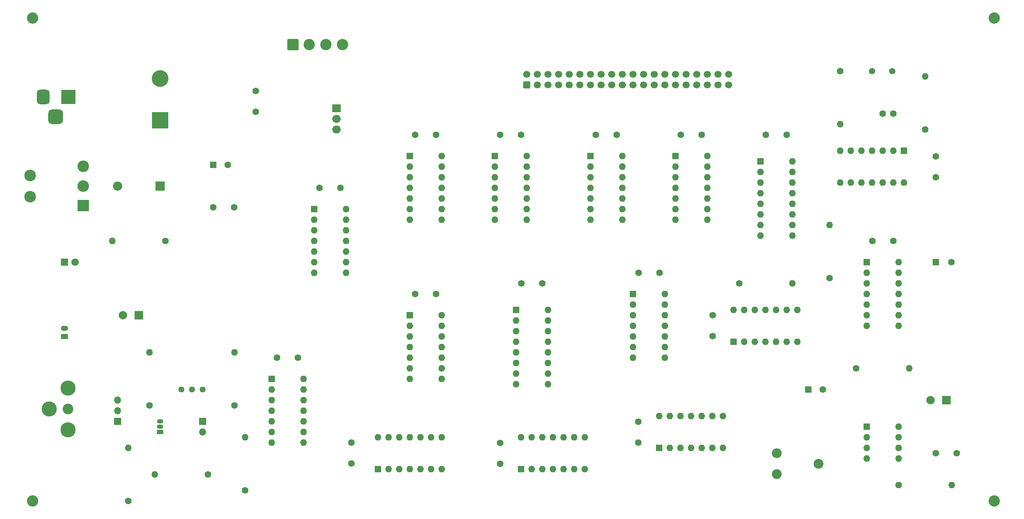
<source format=gbr>
%TF.GenerationSoftware,KiCad,Pcbnew,(6.0.5)*%
%TF.CreationDate,2022-11-22T19:08:20-05:00*%
%TF.ProjectId,full video board,66756c6c-2076-4696-9465-6f20626f6172,rev?*%
%TF.SameCoordinates,Original*%
%TF.FileFunction,Soldermask,Top*%
%TF.FilePolarity,Negative*%
%FSLAX46Y46*%
G04 Gerber Fmt 4.6, Leading zero omitted, Abs format (unit mm)*
G04 Created by KiCad (PCBNEW (6.0.5)) date 2022-11-22 19:08:20*
%MOMM*%
%LPD*%
G01*
G04 APERTURE LIST*
G04 Aperture macros list*
%AMRoundRect*
0 Rectangle with rounded corners*
0 $1 Rounding radius*
0 $2 $3 $4 $5 $6 $7 $8 $9 X,Y pos of 4 corners*
0 Add a 4 corners polygon primitive as box body*
4,1,4,$2,$3,$4,$5,$6,$7,$8,$9,$2,$3,0*
0 Add four circle primitives for the rounded corners*
1,1,$1+$1,$2,$3*
1,1,$1+$1,$4,$5*
1,1,$1+$1,$6,$7*
1,1,$1+$1,$8,$9*
0 Add four rect primitives between the rounded corners*
20,1,$1+$1,$2,$3,$4,$5,0*
20,1,$1+$1,$4,$5,$6,$7,0*
20,1,$1+$1,$6,$7,$8,$9,0*
20,1,$1+$1,$8,$9,$2,$3,0*%
G04 Aperture macros list end*
%ADD10C,2.700000*%
%ADD11RoundRect,0.250001X-1.099999X-1.099999X1.099999X-1.099999X1.099999X1.099999X-1.099999X1.099999X0*%
%ADD12R,1.700000X1.700000*%
%ADD13O,1.700000X1.700000*%
%ADD14RoundRect,0.250000X0.600000X-0.600000X0.600000X0.600000X-0.600000X0.600000X-0.600000X-0.600000X0*%
%ADD15C,1.700000*%
%ADD16C,1.500000*%
%ADD17R,2.000000X1.905000*%
%ADD18O,2.000000X1.905000*%
%ADD19R,1.600000X1.600000*%
%ADD20O,1.600000X1.600000*%
%ADD21R,2.775000X2.775000*%
%ADD22C,2.775000*%
%ADD23C,1.440000*%
%ADD24C,2.340000*%
%ADD25C,1.600000*%
%ADD26R,1.500000X1.050000*%
%ADD27O,1.500000X1.050000*%
%ADD28RoundRect,0.250000X0.625000X-0.350000X0.625000X0.350000X-0.625000X0.350000X-0.625000X-0.350000X0*%
%ADD29O,1.750000X1.200000*%
%ADD30R,3.500000X3.500000*%
%ADD31RoundRect,0.750000X-0.750000X-1.000000X0.750000X-1.000000X0.750000X1.000000X-0.750000X1.000000X0*%
%ADD32RoundRect,0.875000X-0.875000X-0.875000X0.875000X-0.875000X0.875000X0.875000X-0.875000X0.875000X0*%
%ADD33C,2.550000*%
%ADD34C,3.616000*%
%ADD35R,1.800000X1.800000*%
%ADD36C,1.800000*%
%ADD37R,2.200000X2.200000*%
%ADD38O,2.200000X2.200000*%
%ADD39R,2.000000X2.000000*%
%ADD40C,2.000000*%
%ADD41R,4.000000X4.000000*%
%ADD42C,4.000000*%
G04 APERTURE END LIST*
D10*
%TO.C,*%
X106680000Y-88900000D03*
%TD*%
%TO.C,*%
X106680000Y-204470000D03*
%TD*%
%TO.C,*%
X336550000Y-204470000D03*
%TD*%
%TO.C,*%
X336550000Y-88900000D03*
%TD*%
D11*
%TO.C,J4*%
X168910000Y-95250000D03*
D10*
X172870000Y-95250000D03*
X176830000Y-95250000D03*
X180790000Y-95250000D03*
%TD*%
D12*
%TO.C,JP2*%
X127000000Y-185420000D03*
D13*
X127000000Y-182880000D03*
X127000000Y-180340000D03*
%TD*%
D14*
%TO.C,J2*%
X224790000Y-104892500D03*
D15*
X224790000Y-102352500D03*
X227330000Y-104892500D03*
X227330000Y-102352500D03*
X229870000Y-104892500D03*
X229870000Y-102352500D03*
X232410000Y-104892500D03*
X232410000Y-102352500D03*
X234950000Y-104892500D03*
X234950000Y-102352500D03*
X237490000Y-104892500D03*
X237490000Y-102352500D03*
X240030000Y-104892500D03*
X240030000Y-102352500D03*
X242570000Y-104892500D03*
X242570000Y-102352500D03*
X245110000Y-104892500D03*
X245110000Y-102352500D03*
X247650000Y-104892500D03*
X247650000Y-102352500D03*
X250190000Y-104892500D03*
X250190000Y-102352500D03*
X252730000Y-104892500D03*
X252730000Y-102352500D03*
X255270000Y-104892500D03*
X255270000Y-102352500D03*
X257810000Y-104892500D03*
X257810000Y-102352500D03*
X260350000Y-104892500D03*
X260350000Y-102352500D03*
X262890000Y-104892500D03*
X262890000Y-102352500D03*
X265430000Y-104892500D03*
X265430000Y-102352500D03*
X267970000Y-104892500D03*
X267970000Y-102352500D03*
X270510000Y-104892500D03*
X270510000Y-102352500D03*
X273050000Y-104892500D03*
X273050000Y-102352500D03*
%TD*%
D16*
%TO.C,Y1*%
X307340000Y-101600000D03*
X312240000Y-101600000D03*
%TD*%
D17*
%TO.C,U19*%
X179395000Y-110490000D03*
D18*
X179395000Y-113030000D03*
X179395000Y-115570000D03*
%TD*%
D19*
%TO.C,U18*%
X306080000Y-186700000D03*
D20*
X306080000Y-189240000D03*
X306080000Y-191780000D03*
X306080000Y-194320000D03*
X313700000Y-194320000D03*
X313700000Y-191780000D03*
X313700000Y-189240000D03*
X313700000Y-186700000D03*
%TD*%
D19*
%TO.C,U16*%
X163840000Y-175255000D03*
D20*
X163840000Y-177795000D03*
X163840000Y-180335000D03*
X163840000Y-182875000D03*
X163840000Y-185415000D03*
X163840000Y-187955000D03*
X163840000Y-190495000D03*
X171460000Y-190495000D03*
X171460000Y-187955000D03*
X171460000Y-185415000D03*
X171460000Y-182875000D03*
X171460000Y-180335000D03*
X171460000Y-177795000D03*
X171460000Y-175255000D03*
%TD*%
D19*
%TO.C,U15*%
X256535000Y-191760000D03*
D20*
X259075000Y-191760000D03*
X261615000Y-191760000D03*
X264155000Y-191760000D03*
X266695000Y-191760000D03*
X269235000Y-191760000D03*
X271775000Y-191760000D03*
X271775000Y-184140000D03*
X269235000Y-184140000D03*
X266695000Y-184140000D03*
X264155000Y-184140000D03*
X261615000Y-184140000D03*
X259075000Y-184140000D03*
X256535000Y-184140000D03*
%TD*%
D19*
%TO.C,U14*%
X189240000Y-196840000D03*
D20*
X191780000Y-196840000D03*
X194320000Y-196840000D03*
X196860000Y-196840000D03*
X199400000Y-196840000D03*
X201940000Y-196840000D03*
X204480000Y-196840000D03*
X204480000Y-189220000D03*
X201940000Y-189220000D03*
X199400000Y-189220000D03*
X196860000Y-189220000D03*
X194320000Y-189220000D03*
X191780000Y-189220000D03*
X189240000Y-189220000D03*
%TD*%
D19*
%TO.C,U13*%
X223515000Y-196840000D03*
D20*
X226055000Y-196840000D03*
X228595000Y-196840000D03*
X231135000Y-196840000D03*
X233675000Y-196840000D03*
X236215000Y-196840000D03*
X238755000Y-196840000D03*
X238755000Y-189220000D03*
X236215000Y-189220000D03*
X233675000Y-189220000D03*
X231135000Y-189220000D03*
X228595000Y-189220000D03*
X226055000Y-189220000D03*
X223515000Y-189220000D03*
%TD*%
D19*
%TO.C,U12*%
X217180000Y-121915000D03*
D20*
X217180000Y-124455000D03*
X217180000Y-126995000D03*
X217180000Y-129535000D03*
X217180000Y-132075000D03*
X217180000Y-134615000D03*
X217180000Y-137155000D03*
X224800000Y-137155000D03*
X224800000Y-134615000D03*
X224800000Y-132075000D03*
X224800000Y-129535000D03*
X224800000Y-126995000D03*
X224800000Y-124455000D03*
X224800000Y-121915000D03*
%TD*%
D19*
%TO.C,U11*%
X196860000Y-121915000D03*
D20*
X196860000Y-124455000D03*
X196860000Y-126995000D03*
X196860000Y-129535000D03*
X196860000Y-132075000D03*
X196860000Y-134615000D03*
X196860000Y-137155000D03*
X204480000Y-137155000D03*
X204480000Y-134615000D03*
X204480000Y-132075000D03*
X204480000Y-129535000D03*
X204480000Y-126995000D03*
X204480000Y-124455000D03*
X204480000Y-121915000D03*
%TD*%
D19*
%TO.C,U10*%
X222260000Y-158765000D03*
D20*
X222260000Y-161305000D03*
X222260000Y-163845000D03*
X222260000Y-166385000D03*
X222260000Y-168925000D03*
X222260000Y-171465000D03*
X222260000Y-174005000D03*
X222260000Y-176545000D03*
X229880000Y-176545000D03*
X229880000Y-174005000D03*
X229880000Y-171465000D03*
X229880000Y-168925000D03*
X229880000Y-166385000D03*
X229880000Y-163845000D03*
X229880000Y-161305000D03*
X229880000Y-158765000D03*
%TD*%
D19*
%TO.C,U9*%
X196860000Y-160015000D03*
D20*
X196860000Y-162555000D03*
X196860000Y-165095000D03*
X196860000Y-167635000D03*
X196860000Y-170175000D03*
X196860000Y-172715000D03*
X196860000Y-175255000D03*
X204480000Y-175255000D03*
X204480000Y-172715000D03*
X204480000Y-170175000D03*
X204480000Y-167635000D03*
X204480000Y-165095000D03*
X204480000Y-162555000D03*
X204480000Y-160015000D03*
%TD*%
D19*
%TO.C,U8*%
X174000000Y-134615000D03*
D20*
X174000000Y-137155000D03*
X174000000Y-139695000D03*
X174000000Y-142235000D03*
X174000000Y-144775000D03*
X174000000Y-147315000D03*
X174000000Y-149855000D03*
X181620000Y-149855000D03*
X181620000Y-147315000D03*
X181620000Y-144775000D03*
X181620000Y-142235000D03*
X181620000Y-139695000D03*
X181620000Y-137155000D03*
X181620000Y-134615000D03*
%TD*%
D19*
%TO.C,U7*%
X306080000Y-147315000D03*
D20*
X306080000Y-149855000D03*
X306080000Y-152395000D03*
X306080000Y-154935000D03*
X306080000Y-157475000D03*
X306080000Y-160015000D03*
X306080000Y-162555000D03*
X313700000Y-162555000D03*
X313700000Y-160015000D03*
X313700000Y-157475000D03*
X313700000Y-154935000D03*
X313700000Y-152395000D03*
X313700000Y-149855000D03*
X313700000Y-147315000D03*
%TD*%
D19*
%TO.C,U6*%
X250200000Y-154935000D03*
D20*
X250200000Y-157475000D03*
X250200000Y-160015000D03*
X250200000Y-162555000D03*
X250200000Y-165095000D03*
X250200000Y-167635000D03*
X250200000Y-170175000D03*
X257820000Y-170175000D03*
X257820000Y-167635000D03*
X257820000Y-165095000D03*
X257820000Y-162555000D03*
X257820000Y-160015000D03*
X257820000Y-157475000D03*
X257820000Y-154935000D03*
%TD*%
D19*
%TO.C,U5*%
X274315000Y-166360000D03*
D20*
X276855000Y-166360000D03*
X279395000Y-166360000D03*
X281935000Y-166360000D03*
X284475000Y-166360000D03*
X287015000Y-166360000D03*
X289555000Y-166360000D03*
X289555000Y-158740000D03*
X287015000Y-158740000D03*
X284475000Y-158740000D03*
X281935000Y-158740000D03*
X279395000Y-158740000D03*
X276855000Y-158740000D03*
X274315000Y-158740000D03*
%TD*%
D19*
%TO.C,U4*%
X260360000Y-121915000D03*
D20*
X260360000Y-124455000D03*
X260360000Y-126995000D03*
X260360000Y-129535000D03*
X260360000Y-132075000D03*
X260360000Y-134615000D03*
X260360000Y-137155000D03*
X267980000Y-137155000D03*
X267980000Y-134615000D03*
X267980000Y-132075000D03*
X267980000Y-129535000D03*
X267980000Y-126995000D03*
X267980000Y-124455000D03*
X267980000Y-121915000D03*
%TD*%
D19*
%TO.C,U3*%
X240040000Y-121920000D03*
D20*
X240040000Y-124460000D03*
X240040000Y-127000000D03*
X240040000Y-129540000D03*
X240040000Y-132080000D03*
X240040000Y-134620000D03*
X240040000Y-137160000D03*
X247660000Y-137160000D03*
X247660000Y-134620000D03*
X247660000Y-132080000D03*
X247660000Y-129540000D03*
X247660000Y-127000000D03*
X247660000Y-124460000D03*
X247660000Y-121920000D03*
%TD*%
D19*
%TO.C,U2*%
X280680000Y-123205000D03*
D20*
X280680000Y-125745000D03*
X280680000Y-128285000D03*
X280680000Y-130825000D03*
X280680000Y-133365000D03*
X280680000Y-135905000D03*
X280680000Y-138445000D03*
X280680000Y-140985000D03*
X288300000Y-140985000D03*
X288300000Y-138445000D03*
X288300000Y-135905000D03*
X288300000Y-133365000D03*
X288300000Y-130825000D03*
X288300000Y-128285000D03*
X288300000Y-125745000D03*
X288300000Y-123205000D03*
%TD*%
D19*
%TO.C,U1*%
X314965000Y-120660000D03*
D20*
X312425000Y-120660000D03*
X309885000Y-120660000D03*
X307345000Y-120660000D03*
X304805000Y-120660000D03*
X302265000Y-120660000D03*
X299725000Y-120660000D03*
X299725000Y-128280000D03*
X302265000Y-128280000D03*
X304805000Y-128280000D03*
X307345000Y-128280000D03*
X309885000Y-128280000D03*
X312425000Y-128280000D03*
X314965000Y-128280000D03*
%TD*%
D21*
%TO.C,S1*%
X118845000Y-133780000D03*
D22*
X118845000Y-129080000D03*
X118845000Y-124380000D03*
X106145000Y-126540000D03*
X106145000Y-131620000D03*
%TD*%
D23*
%TO.C,RV2*%
X147320000Y-177800000D03*
X144780000Y-177800000D03*
X142240000Y-177800000D03*
%TD*%
D24*
%TO.C,RV1*%
X284560000Y-198055000D03*
X294560000Y-195555000D03*
X284560000Y-193055000D03*
%TD*%
D25*
%TO.C,R12*%
X138430000Y-142240000D03*
D20*
X125730000Y-142240000D03*
%TD*%
D25*
%TO.C,R11*%
X313690000Y-200660000D03*
D20*
X326390000Y-200660000D03*
%TD*%
D25*
%TO.C,R10*%
X157480000Y-201930000D03*
D20*
X157480000Y-189230000D03*
%TD*%
D25*
%TO.C,R9*%
X154940000Y-181610000D03*
D20*
X154940000Y-168910000D03*
%TD*%
%TO.C,R8*%
X129540000Y-191770000D03*
D25*
X129540000Y-204470000D03*
%TD*%
%TO.C,R7*%
X148590000Y-198120000D03*
D20*
X135890000Y-198120000D03*
%TD*%
D25*
%TO.C,R6*%
X134620000Y-181610000D03*
D20*
X134620000Y-168910000D03*
%TD*%
D25*
%TO.C,R5*%
X275590000Y-152400000D03*
D20*
X288290000Y-152400000D03*
%TD*%
D25*
%TO.C,R4*%
X297180000Y-151130000D03*
D20*
X297180000Y-138430000D03*
%TD*%
D25*
%TO.C,R3*%
X303530000Y-172720000D03*
D20*
X316230000Y-172720000D03*
%TD*%
D25*
%TO.C,R2*%
X320040000Y-115570000D03*
D20*
X320040000Y-102870000D03*
%TD*%
D25*
%TO.C,R1*%
X299720000Y-101600000D03*
D20*
X299720000Y-114300000D03*
%TD*%
D26*
%TO.C,Q1*%
X137160000Y-187960000D03*
D27*
X137160000Y-186690000D03*
X137160000Y-185420000D03*
%TD*%
D12*
%TO.C,JP1*%
X147320000Y-185420000D03*
D13*
X147320000Y-187960000D03*
%TD*%
D28*
%TO.C,J5*%
X114300000Y-165100000D03*
D29*
X114300000Y-163100000D03*
%TD*%
D30*
%TO.C,J3*%
X115250000Y-107802500D03*
D31*
X109250000Y-107802500D03*
D32*
X112250000Y-112502500D03*
%TD*%
D33*
%TO.C,J1*%
X115200000Y-182420000D03*
D34*
X115200000Y-177420000D03*
X115200000Y-187420000D03*
X110700000Y-182420000D03*
%TD*%
D35*
%TO.C,D2*%
X114300000Y-147320000D03*
D36*
X116840000Y-147320000D03*
%TD*%
D37*
%TO.C,D1*%
X137190000Y-129080000D03*
D38*
X127030000Y-129080000D03*
%TD*%
D25*
%TO.C,C26*%
X149890000Y-134160000D03*
X154890000Y-134160000D03*
%TD*%
D19*
%TO.C,C25*%
X149890000Y-124000000D03*
D25*
X153390000Y-124000000D03*
%TD*%
D39*
%TO.C,C24*%
X132080000Y-160020000D03*
D40*
X128280000Y-160020000D03*
%TD*%
D25*
%TO.C,C23*%
X322580000Y-193040000D03*
X327580000Y-193040000D03*
%TD*%
D19*
%TO.C,C22*%
X292100000Y-177800000D03*
D25*
X295600000Y-177800000D03*
%TD*%
D39*
%TO.C,C21*%
X325120000Y-180340000D03*
D40*
X321320000Y-180340000D03*
%TD*%
D25*
%TO.C,C20*%
X160020000Y-111300000D03*
X160020000Y-106300000D03*
%TD*%
D41*
%TO.C,C19*%
X137190000Y-113382858D03*
D42*
X137190000Y-103382858D03*
%TD*%
D25*
%TO.C,C18*%
X218440000Y-195580000D03*
X218440000Y-190580000D03*
%TD*%
D19*
%TO.C,C17*%
X322580000Y-147320000D03*
D25*
X326380000Y-147320000D03*
%TD*%
%TO.C,C16*%
X251460000Y-190460000D03*
X251460000Y-185460000D03*
%TD*%
%TO.C,C15*%
X218440000Y-116840000D03*
X223440000Y-116840000D03*
%TD*%
%TO.C,C14*%
X198120000Y-116840000D03*
X203120000Y-116840000D03*
%TD*%
%TO.C,C13*%
X312420000Y-142240000D03*
X307420000Y-142240000D03*
%TD*%
%TO.C,C12*%
X223520000Y-152400000D03*
X228520000Y-152400000D03*
%TD*%
%TO.C,C11*%
X269240000Y-160020000D03*
X269240000Y-165020000D03*
%TD*%
%TO.C,C10*%
X182880000Y-190500000D03*
X182880000Y-195500000D03*
%TD*%
%TO.C,C9*%
X165100000Y-170180000D03*
X170100000Y-170180000D03*
%TD*%
%TO.C,C8*%
X256540000Y-149860000D03*
X251540000Y-149860000D03*
%TD*%
%TO.C,C7*%
X180300000Y-129540000D03*
X175300000Y-129540000D03*
%TD*%
%TO.C,C6*%
X198120000Y-154940000D03*
X203120000Y-154940000D03*
%TD*%
%TO.C,C5*%
X241300000Y-116840000D03*
X246300000Y-116840000D03*
%TD*%
%TO.C,C4*%
X261620000Y-116840000D03*
X266620000Y-116840000D03*
%TD*%
%TO.C,C3*%
X281940000Y-116840000D03*
X286940000Y-116840000D03*
%TD*%
%TO.C,C2*%
X322580000Y-127000000D03*
X322580000Y-122000000D03*
%TD*%
%TO.C,C1*%
X309920000Y-111760000D03*
X312420000Y-111760000D03*
%TD*%
M02*

</source>
